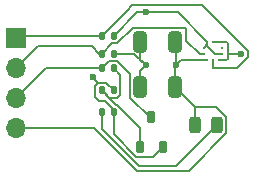
<source format=gbr>
%TF.GenerationSoftware,KiCad,Pcbnew,9.0.0*%
%TF.CreationDate,2025-10-01T23:53:17-07:00*%
%TF.ProjectId,gc10nxbaro,67633130-6e78-4626-9172-6f2e6b696361,rev?*%
%TF.SameCoordinates,Original*%
%TF.FileFunction,Copper,L1,Top*%
%TF.FilePolarity,Positive*%
%FSLAX46Y46*%
G04 Gerber Fmt 4.6, Leading zero omitted, Abs format (unit mm)*
G04 Created by KiCad (PCBNEW 9.0.0) date 2025-10-01 23:53:17*
%MOMM*%
%LPD*%
G01*
G04 APERTURE LIST*
G04 Aperture macros list*
%AMRoundRect*
0 Rectangle with rounded corners*
0 $1 Rounding radius*
0 $2 $3 $4 $5 $6 $7 $8 $9 X,Y pos of 4 corners*
0 Add a 4 corners polygon primitive as box body*
4,1,4,$2,$3,$4,$5,$6,$7,$8,$9,$2,$3,0*
0 Add four circle primitives for the rounded corners*
1,1,$1+$1,$2,$3*
1,1,$1+$1,$4,$5*
1,1,$1+$1,$6,$7*
1,1,$1+$1,$8,$9*
0 Add four rect primitives between the rounded corners*
20,1,$1+$1,$2,$3,$4,$5,0*
20,1,$1+$1,$4,$5,$6,$7,0*
20,1,$1+$1,$6,$7,$8,$9,0*
20,1,$1+$1,$8,$9,$2,$3,0*%
G04 Aperture macros list end*
%TA.AperFunction,SMDPad,CuDef*%
%ADD10RoundRect,0.140000X-0.140000X-0.170000X0.140000X-0.170000X0.140000X0.170000X-0.140000X0.170000X0*%
%TD*%
%TA.AperFunction,SMDPad,CuDef*%
%ADD11RoundRect,0.250000X-0.325000X-0.650000X0.325000X-0.650000X0.325000X0.650000X-0.325000X0.650000X0*%
%TD*%
%TA.AperFunction,SMDPad,CuDef*%
%ADD12RoundRect,0.242500X-0.242500X-0.457500X0.242500X-0.457500X0.242500X0.457500X-0.242500X0.457500X0*%
%TD*%
%TA.AperFunction,SMDPad,CuDef*%
%ADD13RoundRect,0.140000X0.140000X0.170000X-0.140000X0.170000X-0.140000X-0.170000X0.140000X-0.170000X0*%
%TD*%
%TA.AperFunction,SMDPad,CuDef*%
%ADD14RoundRect,0.150000X-0.150000X0.385000X-0.150000X-0.385000X0.150000X-0.385000X0.150000X0.385000X0*%
%TD*%
%TA.AperFunction,SMDPad,CuDef*%
%ADD15R,0.279400X0.254000*%
%TD*%
%TA.AperFunction,SMDPad,CuDef*%
%ADD16R,0.254000X0.279400*%
%TD*%
%TA.AperFunction,ComponentPad*%
%ADD17R,1.700000X1.700000*%
%TD*%
%TA.AperFunction,ComponentPad*%
%ADD18O,1.700000X1.700000*%
%TD*%
%TA.AperFunction,ViaPad*%
%ADD19C,0.600000*%
%TD*%
%TA.AperFunction,Conductor*%
%ADD20C,0.200000*%
%TD*%
G04 APERTURE END LIST*
D10*
%TO.P,C1,1*%
%TO.N,VCC*%
X134250000Y-68750000D03*
%TO.P,C1,2*%
%TO.N,Net-(U2-GND)*%
X135250000Y-68750000D03*
%TD*%
D11*
%TO.P,C4,1*%
%TO.N,+3V3*%
X137520000Y-70350000D03*
%TO.P,C4,2*%
%TO.N,GND*%
X140480000Y-70350000D03*
%TD*%
D12*
%TO.P,D1,1*%
%TO.N,GND*%
X142120000Y-73560000D03*
%TO.P,D1,2*%
%TO.N,Net-(D1-Pad2)*%
X144000000Y-73560000D03*
%TD*%
D13*
%TO.P,R1,1*%
%TO.N,+3V3*%
X135250000Y-72450000D03*
%TO.P,R1,2*%
%TO.N,Net-(D1-Pad2)*%
X134250000Y-72450000D03*
%TD*%
D11*
%TO.P,C3,1*%
%TO.N,+3V3*%
X137520000Y-66500000D03*
%TO.P,C3,2*%
%TO.N,GND*%
X140480000Y-66500000D03*
%TD*%
D13*
%TO.P,R2,1*%
%TO.N,+3V3*%
X135250000Y-67500000D03*
%TO.P,R2,2*%
%TO.N,/SCL*%
X134250000Y-67500000D03*
%TD*%
D14*
%TO.P,U2,1,GND*%
%TO.N,Net-(U2-GND)*%
X137500000Y-75380000D03*
%TO.P,U2,2,VOUT*%
%TO.N,+3V3*%
X139400000Y-75380000D03*
%TO.P,U2,3,VIN*%
%TO.N,VCC*%
X138450000Y-72900000D03*
%TD*%
D10*
%TO.P,R3,1*%
%TO.N,/SDA*%
X134250000Y-66000000D03*
%TO.P,R3,2*%
%TO.N,+3V3*%
X135250000Y-66000000D03*
%TD*%
D15*
%TO.P,U1,1,VDDIO*%
%TO.N,+3V3*%
X142896500Y-67010100D03*
%TO.P,U1,2,SCK*%
%TO.N,/SCL*%
X142896500Y-67510100D03*
D16*
%TO.P,U1,3,VSS*%
%TO.N,GND*%
X143183901Y-68047500D03*
%TO.P,U1,4,SDI*%
%TO.N,/SDA*%
X143683900Y-68047500D03*
%TO.P,U1,5,SDO*%
%TO.N,GND*%
X144183899Y-68047500D03*
D15*
%TO.P,U1,6,CSB*%
%TO.N,+3V3*%
X144471300Y-67510100D03*
%TO.P,U1,7,INT*%
%TO.N,unconnected-(U1-INT-Pad7)*%
X144471300Y-67010100D03*
D16*
%TO.P,U1,8,VSS*%
%TO.N,GND*%
X144183899Y-66472700D03*
%TO.P,U1,9,VSS*%
X143683900Y-66472700D03*
%TO.P,U1,10,VDD*%
%TO.N,+3V3*%
X143183901Y-66472700D03*
%TD*%
D13*
%TO.P,C2,1*%
%TO.N,+3V3*%
X135250000Y-70600000D03*
%TO.P,C2,2*%
%TO.N,Net-(U2-GND)*%
X134250000Y-70600000D03*
%TD*%
D17*
%TO.P,J1,1,Pin_1*%
%TO.N,/SDA*%
X127000000Y-66200000D03*
D18*
%TO.P,J1,2,Pin_2*%
%TO.N,/SCL*%
X127000000Y-68740000D03*
%TO.P,J1,3,Pin_3*%
%TO.N,VCC*%
X127000000Y-71280000D03*
%TO.P,J1,4,Pin_4*%
%TO.N,GND*%
X127000000Y-73820000D03*
%TD*%
D19*
%TO.N,+3V3*%
X138000000Y-64000000D03*
X138000000Y-68500000D03*
X133500000Y-69500000D03*
%TO.N,GND*%
X146000000Y-67500000D03*
X140500000Y-68500000D03*
%TD*%
D20*
%TO.N,VCC*%
X134250000Y-68750000D02*
X129530000Y-68750000D01*
X134250000Y-68750000D02*
X134861000Y-68139000D01*
X129530000Y-68750000D02*
X127000000Y-71280000D01*
X134861000Y-68139000D02*
X135576550Y-68139000D01*
X138308840Y-72900000D02*
X138450000Y-72900000D01*
X135576550Y-68139000D02*
X136644000Y-69206450D01*
X136644000Y-71235160D02*
X138308840Y-72900000D01*
X136644000Y-69206450D02*
X136644000Y-71235160D01*
%TO.N,+3V3*%
X133923450Y-69989000D02*
X133669000Y-70243450D01*
X135250000Y-72250000D02*
X135250000Y-72450000D01*
X134500000Y-71500000D02*
X135250000Y-72250000D01*
X143183901Y-66472700D02*
X143183901Y-66722699D01*
X138000000Y-68500000D02*
X137520000Y-68980000D01*
X133500000Y-69500000D02*
X133500000Y-69565550D01*
X135250000Y-70600000D02*
X134639000Y-69989000D01*
X143183901Y-66841401D02*
X143183901Y-66472700D01*
X137020000Y-66000000D02*
X137520000Y-66500000D01*
X133500000Y-69565550D02*
X133923450Y-69989000D01*
X135250000Y-72450000D02*
X135250000Y-74306968D01*
X137520000Y-68020000D02*
X137520000Y-66500000D01*
X137000000Y-67500000D02*
X135250000Y-67500000D01*
X134639000Y-69989000D02*
X133923450Y-69989000D01*
X138000000Y-68500000D02*
X137000000Y-67500000D01*
X138564000Y-76216000D02*
X139400000Y-75380000D01*
X137520000Y-68980000D02*
X137520000Y-70350000D01*
X133669000Y-70243450D02*
X133669000Y-71169000D01*
X138000000Y-64000000D02*
X140711201Y-64000000D01*
X137159032Y-76216000D02*
X138564000Y-76216000D01*
X138000000Y-64000000D02*
X137250000Y-64000000D01*
X138000000Y-68500000D02*
X137520000Y-68020000D01*
X133669000Y-71169000D02*
X134000000Y-71500000D01*
X143852600Y-67510100D02*
X143183901Y-66841401D01*
X134000000Y-71500000D02*
X134500000Y-71500000D01*
X143183901Y-66722699D02*
X142896500Y-67010100D01*
X138000000Y-69870000D02*
X137520000Y-70350000D01*
X140711201Y-64000000D02*
X143183901Y-66472700D01*
X135250000Y-74306968D02*
X137159032Y-76216000D01*
X144471300Y-67510100D02*
X143852600Y-67510100D01*
X137250000Y-64000000D02*
X135250000Y-66000000D01*
%TO.N,GND*%
X140480000Y-68520000D02*
X140500000Y-68500000D01*
X144786000Y-74249346D02*
X141634346Y-77401000D01*
X144912000Y-67500000D02*
X144912000Y-67938100D01*
X144786000Y-72870654D02*
X144786000Y-74249346D01*
X142120000Y-73560000D02*
X142120000Y-71990000D01*
X144802600Y-66472700D02*
X144912000Y-66582100D01*
X133628832Y-73820000D02*
X127000000Y-73820000D01*
X143683900Y-66472700D02*
X144802600Y-66472700D01*
X143183901Y-68047500D02*
X140952500Y-68047500D01*
X142120000Y-71990000D02*
X140480000Y-70350000D01*
X144912000Y-66582100D02*
X144912000Y-67500000D01*
X144912000Y-67938100D02*
X144802600Y-68047500D01*
X141634346Y-77401000D02*
X137209832Y-77401000D01*
X140500000Y-66520000D02*
X140480000Y-66500000D01*
X144183899Y-66472700D02*
X143683900Y-66472700D01*
X144802600Y-68047500D02*
X144183899Y-68047500D01*
X140480000Y-70350000D02*
X140480000Y-68520000D01*
X140952500Y-68047500D02*
X140500000Y-68500000D01*
X142120000Y-71990000D02*
X143905346Y-71990000D01*
X143905346Y-71990000D02*
X144786000Y-72870654D01*
X140500000Y-68500000D02*
X140500000Y-66520000D01*
X146000000Y-67500000D02*
X144912000Y-67500000D01*
X137209832Y-77401000D02*
X133628832Y-73820000D01*
%TO.N,/SCL*%
X134000000Y-67500000D02*
X134250000Y-67500000D01*
X128851000Y-66889000D02*
X133389000Y-66889000D01*
X135139000Y-66611000D02*
X135576550Y-66611000D01*
X133389000Y-66889000D02*
X134000000Y-67500000D01*
X141422699Y-66404999D02*
X142527800Y-67510100D01*
X127000000Y-68740000D02*
X128851000Y-66889000D01*
X135576550Y-66611000D02*
X136888550Y-65299000D01*
X142527800Y-67510100D02*
X142896500Y-67510100D01*
X134250000Y-67500000D02*
X135139000Y-66611000D01*
X136888550Y-65299000D02*
X141422699Y-65299000D01*
X141422699Y-65299000D02*
X141422699Y-66404999D01*
%TO.N,/SDA*%
X146601000Y-67251057D02*
X146601000Y-67748943D01*
X146601000Y-67748943D02*
X145666043Y-68683900D01*
X134250000Y-66000000D02*
X127200000Y-66000000D01*
X136851000Y-63399000D02*
X136375000Y-63875000D01*
X143683900Y-68683900D02*
X143683900Y-68047500D01*
X134250000Y-66000000D02*
X136375000Y-63875000D01*
X145666043Y-68683900D02*
X143683900Y-68683900D01*
X127200000Y-66000000D02*
X127000000Y-66200000D01*
X146601000Y-67251057D02*
X142748943Y-63399000D01*
X142748943Y-63399000D02*
X136851000Y-63399000D01*
%TO.N,Net-(U2-GND)*%
X135489000Y-71839000D02*
X135576550Y-71839000D01*
X134250000Y-70600000D02*
X135489000Y-71839000D01*
X134250000Y-70600000D02*
X134861000Y-71211000D01*
X135831000Y-70956550D02*
X135831000Y-69331000D01*
X134861000Y-71211000D02*
X135576550Y-71211000D01*
X137500000Y-73762450D02*
X137500000Y-75380000D01*
X135831000Y-69331000D02*
X135250000Y-68750000D01*
X135576550Y-71211000D02*
X135831000Y-70956550D01*
X135576550Y-71839000D02*
X137500000Y-73762450D01*
%TO.N,Net-(D1-Pad2)*%
X134250000Y-73874068D02*
X137375932Y-77000000D01*
X140560000Y-77000000D02*
X144000000Y-73560000D01*
X134250000Y-72450000D02*
X134250000Y-73874068D01*
X137375932Y-77000000D02*
X140560000Y-77000000D01*
%TD*%
M02*

</source>
